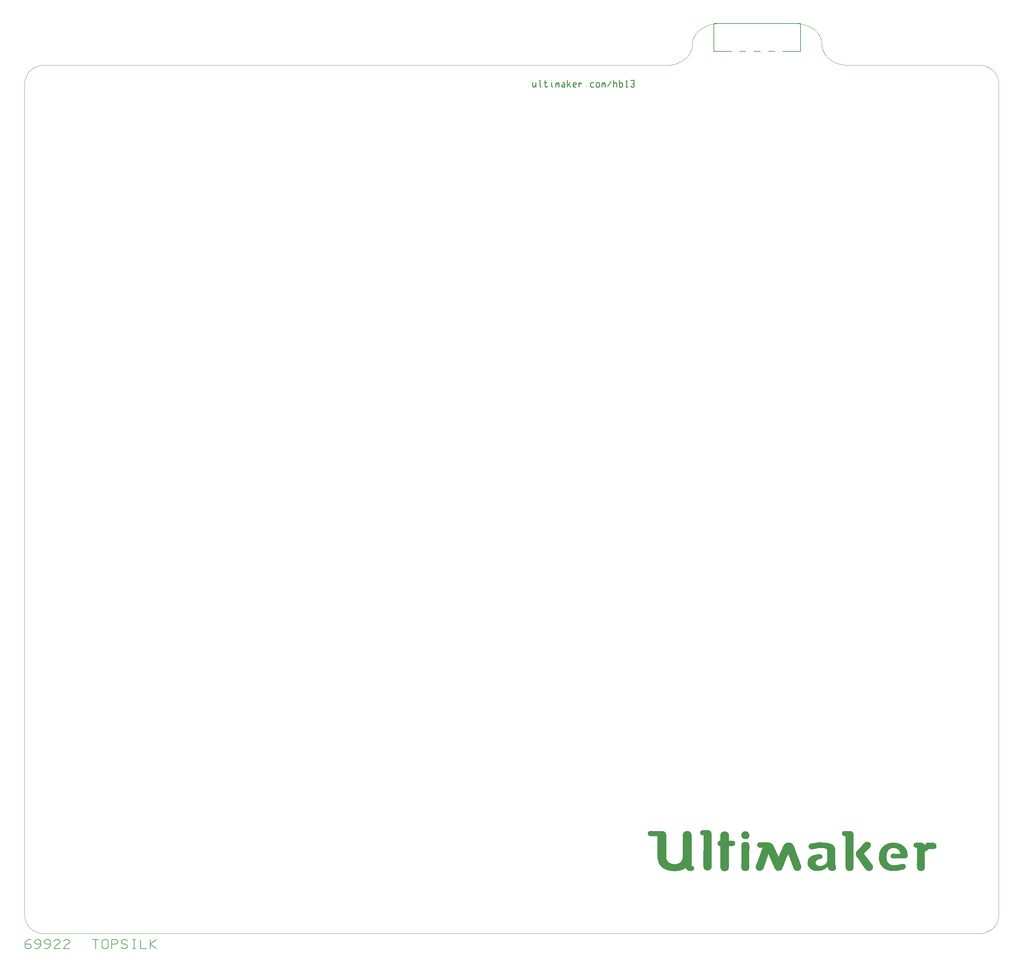
<source format=gbr>
*
%FSLAX26Y26*%
%MOIN*%
%ADD10C,0.009000*%
%ADD11C,0.007000*%
%ADD12C,0.001000*%
%ADD13C,0.008000*%
%IPPOS*%
%LNtopsilk.gbr*%
%LPD*%
G75*
G54D10*
X5276734Y8835946D02*
Y8800682D01*
X5285177Y8788927D01*
X5293621D01*
X5310508Y8812437D01*
Y8788927D02*
Y8835946D01*
X5345177Y8859456D02*
X5353621D01*
Y8800682D01*
X5362065Y8788927D01*
X5405177Y8859456D02*
Y8800682D01*
X5413621Y8788927D01*
X5422065D01*
X5430508Y8800682D01*
X5396734Y8835946D02*
X5422065D01*
X5473621D02*
Y8800682D01*
X5482065Y8788927D01*
X5473621Y8859456D03*
X5516734Y8788927D02*
Y8824191D01*
X5525177Y8835946D01*
X5533621Y8824191D01*
Y8812437D01*
Y8824191D02*
X5542065Y8835946D01*
X5550508Y8824191D01*
Y8788927D01*
X5585177Y8835946D02*
X5602065D01*
X5610508Y8824191D01*
Y8788927D01*
X5585177D01*
X5576734Y8800682D01*
X5585177Y8812437D01*
X5610508D01*
X5636734Y8859456D02*
Y8788927D01*
Y8812437D02*
X5653621D01*
X5670508Y8788927D01*
X5645177Y8812437D02*
X5662065Y8835946D01*
X5722065Y8788927D02*
X5705177D01*
X5696734Y8800682D01*
Y8824191D01*
X5705177Y8835946D01*
X5722065D01*
X5730508Y8824191D01*
X5722065Y8812437D01*
X5696734D01*
X5756734Y8835946D02*
Y8788927D01*
Y8812437D02*
X5773621Y8835946D01*
X5782065Y8824191D01*
X5837843Y8794804D03*
X5910508Y8835946D02*
X5885177D01*
X5876734Y8824191D01*
Y8800682D01*
X5885177Y8788927D01*
X5910508D01*
X5936734Y8800682D02*
Y8824191D01*
X5945177Y8835946D01*
X5962065D01*
X5970508Y8824191D01*
Y8800682D01*
X5962065Y8788927D01*
X5945177D01*
X5936734Y8800682D01*
X5996734Y8788927D02*
Y8824191D01*
X6005177Y8835946D01*
X6013621Y8824191D01*
Y8812437D01*
Y8824191D02*
X6022065Y8835946D01*
X6030508Y8824191D01*
Y8788927D01*
X6056734Y8800682D02*
X6090508Y8847701D01*
X6116734Y8859456D02*
Y8788927D01*
Y8824191D02*
X6133621Y8835946D01*
X6142065D01*
X6150508Y8824191D01*
Y8788927D01*
X6176734Y8859456D02*
Y8788927D01*
X6202065D01*
X6210508Y8800682D01*
Y8824191D01*
X6202065Y8835946D01*
X6193621D01*
X6176734Y8824191D01*
X6245177Y8847701D02*
X6253621Y8859456D01*
Y8788927D01*
X6245177D02*
X6262065D01*
X6296734Y8859456D02*
X6330508D01*
Y8835946D01*
X6322065Y8824191D01*
X6313621D01*
X6322065D02*
X6330508Y8812437D01*
Y8800682D01*
X6322065Y8788927D01*
X6305177D01*
X6296734Y8800682D01*
G36*
X6489385Y1062057D02*
G02X6493679Y1063420I11986J-30323D01*
G01X6499122Y1064394D01*
X6505729Y1064838D01*
X6527159Y1064291D01*
X6615722Y1064189D01*
X6624878Y1063570D01*
X6632056Y1062438D01*
X6638112Y1060816D01*
X6639790Y1060225D01*
G02X6645439Y1057640I-14933J-40101D01*
G02X6659857Y1043300I-18029J-32547D01*
G02X6662763Y1037099I-38243J-21700D01*
G01X6664582Y1031323D01*
X6665959Y1024409D01*
X6666780Y1016351D01*
X6667012Y1006305D01*
X6666080Y977346D01*
X6665983Y837567D01*
X6665328Y809213D01*
X6665678Y796376D01*
X6666600Y786428D01*
X6668106Y777561D01*
X6670164Y769669D01*
X6672043Y764425D01*
G03X6678752Y751928I59574J23932D01*
G03X6694361Y736195I51967J35948D01*
G03X6702495Y731220I40783J57537D01*
G01X6708907Y728224D01*
X6716579Y725475D01*
X6724690Y723379D01*
X6734308Y721765D01*
X6744677Y720833D01*
X6754363Y720684D01*
X6764085Y721258D01*
X6772838Y722447D01*
X6781406Y724307D01*
X6789685Y726873D01*
X6796806Y729815D01*
X6803535Y733383D01*
G03X6810463Y738112I-34768J58370D01*
G03X6815523Y742498I-38660J49715D01*
G03X6829750Y764018I-41146J42666D01*
G01X6832317Y771701D01*
X6834165Y779572D01*
X6835510Y788492D01*
X6836340Y799357D01*
X6836541Y813964D01*
X6836112Y840102D01*
X6836028Y979748D01*
X6834891Y1006571D01*
X6835067Y1016894D01*
X6835864Y1025100D01*
X6837238Y1032080D01*
X6839072Y1037861D01*
G02X6851480Y1054376I35402J-13680D01*
G02X6860007Y1059530I27639J-36099D01*
G02X6868054Y1062461I21232J-45778D01*
G02X6892314Y1063541I14538J-53551D01*
G02X6901357Y1061065I-8902J-50262D01*
G02X6908996Y1057352I-16243J-43134D01*
G02X6926755Y1033384I-20196J-33527D01*
G01X6927967Y1027287D01*
X6928661Y1019277D01*
X6928758Y703796D01*
G02X6956733Y677286I-90J-28111D01*
G02X6951062Y660756I-24491J-834D01*
G02X6944830Y655021I-21795J17427D01*
G02X6937869Y651737I-14707J22152D01*
G01X6932869Y650572D01*
X6926713Y649936D01*
X6913840Y649796D01*
X6904281Y650303D01*
X6896902Y651382D01*
X6891584Y652775D01*
X6887402Y654436D01*
G02X6883627Y656591I12021J25435D01*
G02X6874802Y668123I12939J19045D01*
G02X6873683Y672232I27902J9803D01*
G02X6873071Y676900I35687J7051D01*
G01X6872963Y679944D01*
X6851344Y668258D01*
X6841133Y663406D01*
X6832260Y659906D01*
X6820909Y656424D01*
X6807399Y653108D01*
X6793400Y650478D01*
X6779017Y648563D01*
X6764360Y647390D01*
X6749536Y646990D01*
X6735526Y647343D01*
X6721552Y648430D01*
X6707704Y650273D01*
X6694915Y652709D01*
X6682388Y655851D01*
X6671000Y659438D01*
X6659963Y663673D01*
X6649341Y668571D01*
X6639900Y673727D01*
X6630915Y679483D01*
X6623068Y685338D01*
G02X6602479Y706134I78800J98604D01*
G02X6590028Y725787I94218J73461D01*
G02X6584177Y739364I109746J55348D01*
G01X6581035Y749012D01*
X6578357Y759625D01*
X6576228Y771214D01*
X6574695Y783782D01*
X6573711Y798239D01*
X6573287Y817322D01*
X6573435Y850166D01*
Y1010261D01*
X6521808Y1010166D01*
X6507398Y1009660D01*
X6500601Y1009939D01*
X6495022Y1010771D01*
G02X6491517Y1011733I6872J31917D01*
G02X6475256Y1027648I8885J25342D01*
G01X6473928Y1032116D01*
X6473329Y1036719D01*
G02X6489385Y1062057I25307J1720D01*
G37*
G36*
X7034968Y1071421D02*
G02X7039375Y1072536I10365J-31711D01*
G01X7044880Y1073220D01*
X7081123Y1074171D01*
X7091700Y1073837D01*
X7100129Y1072887D01*
X7106417Y1071580D01*
X7112375Y1069665D01*
X7114003Y1068992D01*
G02X7118666Y1066604I-16350J-37676D01*
G02X7124003Y1062687I-17290J-29149D01*
G02X7131776Y1051695I-20479J-22728D01*
G02X7133414Y1047007I-36479J-15374D01*
G01X7134657Y1041260D01*
X7135455Y1033570D01*
X7135687Y1023094D01*
X7135781Y701119D01*
X7135643Y692031D01*
X7134997Y685743D01*
X7133854Y680462D01*
G02X7131253Y673789I-35178J9871D01*
G02X7121364Y662399I-28782J15000D01*
G02X7114023Y658157I-23834J32771D01*
G02X7107346Y655761I-19219J43059D01*
G02X7097070Y654017I-13758J49929D01*
G02X7081862Y655146I-3695J53233D01*
G02X7075791Y656936I10375J46359D01*
G02X7068786Y660279I14730J39888D01*
G02X7061079Y666467I18210J30573D01*
G02X7054637Y676807I23192J21624D01*
G02X7053035Y682008I36195J14000D01*
G01X7051970Y688284D01*
X7051488Y696529D01*
X7051545Y1018495D01*
X7042192Y1018663D01*
X7038551Y1019098D01*
G02X7034988Y1019945I4602J27270D01*
G02X7028384Y1023229I6784J21925D01*
G02X7016607Y1045392I16211J22824D01*
G02X7034968Y1071421I26455J829D01*
G37*
G36*
X7217516Y961471D02*
G02X7223322Y962535I9103J-33293D01*
G01X7227293Y962730D01*
X7226784Y977191D01*
X7225811Y997696D01*
X7225872Y1009038D01*
X7226589Y1018257D01*
X7227752Y1025338D01*
X7229559Y1032050D01*
X7231754Y1037541D01*
X7233295Y1040490D01*
G02X7242582Y1050678I27980J-16178D01*
G02X7250061Y1054925I23582J-32816D01*
G02X7256880Y1057299I18996J-43585D01*
G02X7264930Y1058787I13800J-52166D01*
G02X7282251Y1058027I6178J-56983D01*
G02X7288579Y1056373I-10401J-52728D01*
G02X7295252Y1053624I-15109J-46149D01*
G02X7301250Y1049946I-18470J-36855D01*
G02X7307378Y1044199I-20800J-28318D01*
G02X7310453Y1039794I-24244J-20198D01*
G02X7312979Y1034633I-35319J-20488D01*
G01X7314880Y1029045D01*
X7316385Y1022232D01*
X7317362Y1014152D01*
X7317753Y1003905D01*
X7317363Y989763D01*
X7316196Y966788D01*
X7316159Y963645D01*
X7340277Y964111D01*
X7349825Y963658D01*
X7357238Y962612D01*
X7363423Y961020D01*
X7368417Y959041D01*
G02X7380946Y945372I-9840J-21596D01*
G02X7380231Y923196I-27262J-10221D01*
G02X7370951Y912802I-20995J9406D01*
G02X7365342Y910144I-18341J31465D01*
G01X7360151Y908533D01*
X7353755Y907304D01*
X7346146Y906584D01*
X7335491Y906413D01*
X7316159Y906870D01*
X7316297Y694283D01*
X7315704Y685028D01*
X7314550Y677684D01*
X7312846Y671463D01*
X7310715Y666347D01*
G02X7305389Y658506I-30554J15023D01*
G02X7296759Y651707I-24830J22642D01*
G02X7292524Y649658I-19804J35526D01*
G02X7283681Y646905I-19526J47143D01*
G02X7259514Y647193I-11449J53274D01*
G02X7250972Y650092I11365J47528D01*
G02X7244612Y653577I17958J40326D01*
G02X7236825Y660347I21254J32310D01*
G02X7228516Y678113I26617J23275D01*
G01X7227142Y687919D01*
X7226325Y699768D01*
X7226186Y714586D01*
X7227288Y754142D01*
X7227293Y905956D01*
G02X7221085Y906442I-78J38875D01*
G02X7213682Y908556I4964J31402D01*
G02X7196980Y934046I11086J25482D01*
G02X7217516Y961471I27745J626D01*
G37*
G36*
X7444101Y698667D02*
G01X7444608Y713698D01*
X7445539Y733321D01*
X7445467Y887587D01*
X7444986Y905300D01*
X7445318Y913956D01*
X7446161Y920709D01*
X7447468Y926361D01*
X7448221Y928682D01*
G02X7449768Y932390I35108J-12469D01*
G02X7454108Y939065I27167J-12918D01*
G02X7463531Y946264I21963J-18980D01*
G01X7479594Y950443D01*
G02X7493680Y950628I7780J-55926D01*
G02X7501362Y949150I-5810J-50884D01*
G02X7506999Y947185I-11765J-42813D01*
G02X7512202Y944489I-15240J-35786D01*
G02X7519750Y938124I-17288J-28158D01*
G02X7526392Y925199I-23053J-20015D01*
G01X7527906Y917381D01*
X7528843Y908355D01*
X7529175Y897212D01*
X7528692Y880267D01*
X7527830Y858285D01*
X7527908Y710889D01*
X7528150Y694253D01*
X7527668Y684606D01*
X7526707Y677606D01*
X7525271Y671700D01*
X7522851Y665562D01*
G02X7518963Y659564I-27738J13718D01*
G02X7508082Y651658I-21188J17720D01*
G02X7503158Y650033I-13782J33494D01*
G01X7497665Y649012D01*
X7489947Y648320D01*
X7482944Y648310D01*
X7476013Y648998D01*
X7470157Y650270D01*
X7465399Y651924D01*
G02X7459576Y655032I12933J31234D01*
G02X7448529Y668851I16031J24140D01*
G01X7446672Y674472D01*
X7445243Y681303D01*
X7444370Y689382D01*
X7444101Y698667D01*
G37*
G36*
X7444552Y1021541D02*
G02X7445967Y1032735I43086J240D01*
G02X7452047Y1045567I37102J-9724D01*
G02X7466766Y1057406I29821J-22005D01*
G02X7473515Y1059853I18424J-40296D01*
G01X7479598Y1061144D01*
X7485721Y1061715D01*
X7487923Y1061734D01*
G02X7496868Y1060683I-512J-42945D01*
G02X7521481Y1043190I-8993J-38717D01*
G02X7527282Y1030002I-38969J-25012D01*
G02X7528586Y1012777I-45088J-12074D01*
G02X7526063Y1002461I-40995J4561D01*
G02X7507757Y982637I-34271J13282D01*
G02X7500529Y979911I-18601J38374D01*
G01X7496114Y978890D01*
G02X7489873Y978110I-9809J53155D01*
G02X7483206Y978126I-3218J48744D01*
G02X7474426Y979687I3070J42734D01*
G02X7450161Y999579I11505J38780D01*
G01X7447637Y1005065D01*
X7445849Y1010825D01*
X7444819Y1016752D01*
X7444552Y1021541D01*
G37*
G36*
X7593471Y687271D02*
X7593799Y693312D01*
X7594974Y700317D01*
X7597108Y708249D01*
X7600532Y717898D01*
X7611812Y744955D01*
X7644327Y828016D01*
X7654126Y854829D01*
X7661316Y876541D01*
X7665711Y891316D01*
X7640725Y890366D01*
X7633991Y890728D01*
X7628578Y891624D01*
G02X7608027Y926580I5759J26905D01*
G02X7620828Y941706I24617J-7853D01*
G02X7625414Y943650I15431J-30027D01*
G01X7631270Y945223D01*
X7638465Y946257D01*
X7646949Y946663D01*
X7659348Y946343D01*
X7678421Y945358D01*
X7711479Y945836D01*
X7723041Y945406D01*
X7732485Y944399D01*
X7740683Y942815D01*
X7747623Y940747D01*
X7751753Y939091D01*
G02X7771096Y924020I-20746J-46576D01*
G01X7775183Y918243D01*
X7779125Y911291D01*
X7784071Y900650D01*
X7792863Y880616D01*
X7814268Y835317D01*
X7821569Y818297D01*
X7826677Y804609D01*
X7830169Y793462D01*
X7832023D01*
X7834707Y802876D01*
X7838724Y814038D01*
X7844575Y827743D01*
X7856744Y853113D01*
X7865232Y871220D01*
X7877691Y902026D01*
X7882144Y911271D01*
X7886328Y918404D01*
X7890572Y924273D01*
G02X7907804Y938254I40196J-31931D01*
G02X7918893Y942476I25815J-51140D01*
G02X7931525Y944498I16174J-60576D01*
G02X7957587Y940608I3764J-64033D01*
G02X7966790Y936229I-20445J-54833D01*
G02X7975675Y929703I-27322J-46507D01*
G02X7981113Y923905I-34127J-37459D01*
G01X7984754Y918866D01*
X7988376Y912650D01*
X7992244Y904366D01*
X7996475Y893100D01*
X8004435Y869154D01*
X8049103Y748321D01*
X8060968Y720751D01*
X8064541Y710936D01*
X8066750Y703011D01*
X8067963Y696141D01*
G02X8035056Y649042I-42464J-5377D01*
G02X8007731Y652876I-8563J38256D01*
G02X8001245Y657130I21651J40079D01*
G02X7993694Y665204I22085J28223D01*
G01X7990894Y669809D01*
X7987852Y676347D01*
X7934084Y822661D01*
X7926119Y807362D01*
X7917530Y789058D01*
X7907711Y766072D01*
X7882679Y703683D01*
X7873984Y681431D01*
X7870435Y673871D01*
X7866741Y667592D01*
X7863553Y663323D01*
G02X7859944Y659554I-29584J24715D01*
G02X7852041Y654308I-20791J22745D01*
G02X7823776Y650184I-21003J45025D01*
G02X7813072Y653244I6536J43111D01*
G02X7796656Y666988I14583J34094D01*
G01X7792428Y673973D01*
X7787899Y683086D01*
X7782478Y696081D01*
X7774333Y716669D01*
X7728106Y822654D01*
X7685521Y707157D01*
X7678706Y685970D01*
X7675302Y677304D01*
X7672068Y670799D01*
X7668747Y665573D01*
G02X7647846Y650613I-32311J23063D01*
G02X7631168Y648824I-13063J43143D01*
G02X7612408Y654572I3454J44762D01*
G02X7593485Y686418I18468J32519D01*
G01X7593471Y687271D01*
G37*
G36*
X8131884Y735100D02*
G02X8137440Y763660I77354J-229D01*
G02X8143261Y775367I75289J-30135D01*
G01X8147502Y781771D01*
G02X8156002Y791396I53405J-38600D01*
G01X8161568Y796095D01*
X8168325Y800737D01*
X8175517Y804769D01*
X8183904Y808623D01*
X8194343Y812516D01*
X8211953Y817809D01*
X8224740Y821009D01*
X8235746Y823085D01*
X8245049Y824169D01*
X8253267Y824437D01*
X8260272Y823970D01*
X8266048Y822918D01*
X8268393Y822263D01*
G02X8272107Y820874I-10392J-33447D01*
G02X8276825Y818258I-11654J-26588D01*
G02X8283350Y811734I-14043J-20567D01*
G01X8287593Y801678D01*
X8287969Y799969D01*
G02X8288439Y795998I-26806J-5188D01*
G02X8287894Y790492I-18615J-936D01*
G02X8282755Y782162I-16297J4303D01*
G02X8279142Y779435I-16758J18446D01*
G01X8274247Y776850D01*
X8268004Y774469D01*
X8257415Y771460D01*
X8243082Y767647D01*
X8236385Y765252D01*
X8231805Y762925D01*
G03X8216883Y742626I17719J-28659D01*
G03X8227654Y711816I28785J-7225D01*
G03X8239932Y704604I31333J39283D01*
G03X8248215Y701921I21283J51590D01*
G01X8254503Y700746D01*
X8261757Y700172D01*
X8269122Y700355D01*
X8276510Y701260D01*
G03X8309501Y714455I-14346J83709D01*
G01X8315364Y718842D01*
G03X8321229Y724284I-43885J53182D01*
G03X8325351Y729033I-45257J43440D01*
G03X8328903Y734110I-44887J35181D01*
G03X8332141Y740180I-44103J27428D01*
G03X8335584Y751206I-43729J19706D01*
G01X8336450Y757566D01*
X8336828Y766800D01*
X8336584Y783374D01*
X8336496Y855266D01*
X8336002Y861128D01*
X8335411Y864329D01*
G03X8334242Y868140I-27759J-6434D01*
G03X8326698Y877925I-20422J-7945D01*
G03X8322524Y880459I-17847J-24685D01*
G03X8316404Y882837I-16190J-32605D01*
G01X8310931Y884095D01*
X8302505Y885152D01*
X8283704Y886793D01*
X8272412Y886986D01*
X8260213Y886394D01*
X8245241Y884804D01*
X8178884Y874503D01*
X8171294Y873923D01*
X8165711Y874112D01*
G02X8148463Y884751I2916J24029D01*
G02X8143857Y894919I26627J18187D01*
G02X8143341Y910071I33041J8711D01*
G02X8145953Y917581I27587J-5383D01*
G02X8153865Y926791I24039J-12650D01*
G01X8158013Y929489D01*
X8163390Y932044D01*
X8170070Y934301D01*
X8178022Y936167D01*
X8189738Y938001D01*
X8226912Y943032D01*
X8244705Y944763D01*
X8262457Y945719D01*
X8279269Y945879D01*
G02X8329988Y941744I-4453J-367747D01*
G01X8344794Y939163D01*
X8356619Y936447D01*
X8367302Y933254D01*
X8375943Y929975D01*
X8384272Y926035D01*
X8391441Y921853D01*
X8399745Y915787D01*
G02X8408548Y906326I-32056J-38653D01*
G02X8413978Y896539I-40880J-29083D01*
G01X8416237Y890131D01*
X8417817Y883488D01*
X8419023Y874926D01*
X8419654Y864398D01*
X8419781Y852857D01*
X8419874Y723274D01*
X8420629Y717383D01*
X8422620Y708681D01*
X8426837Y692693D01*
X8428090Y685676D01*
X8428467Y679683D01*
G02X8428061Y674703I-31898J94D01*
G02X8426211Y668369I-25802J4096D01*
G02X8415241Y655242I-27710J12010D01*
G02X8408988Y651821I-21008J30976D01*
G02X8402057Y649483I-17850J41461D01*
G01X8398001Y648638D01*
G02X8390475Y647913I-9046J54456D01*
G02X8372191Y650253I-1708J59243D01*
G01X8368319Y651560D01*
G02X8363220Y653852I16926J44479D01*
G02X8358601Y656667I19160J36642D01*
G02X8348542Y667825I19526J27716D01*
G02X8345546Y674336I36626J20799D01*
G01X8343776Y680390D01*
X8342715Y686615D01*
X8342254Y694572D01*
X8320558Y676208D01*
X8311966Y670476D01*
X8303002Y665438D01*
X8293699Y661066D01*
X8284086Y657331D01*
X8273277Y653946D01*
X8262445Y651353D01*
X8251294Y649489D01*
X8239949Y648380D01*
X8229521Y648057D01*
X8219189Y648425D01*
X8209144Y649503D01*
G02X8188330Y655066I13738J93124D01*
G02X8160369Y672499I33598J85029D01*
G02X8146407Y688626I60560J66532D01*
G02X8138790Y702444I71894J48644D01*
G02X8134406Y715136I76302J33453D01*
G02X8132159Y728364I78244J20096D01*
G01X8131884Y735100D01*
G37*
G36*
X8498453Y1057026D02*
G02X8507297Y1061765I15402J-18122D01*
G02X8510818Y1062592I9110J-30874D01*
G01X8516270Y1063212D01*
X8536839Y1063734D01*
X8556058Y1064426D01*
X8566777Y1064190D01*
X8575276Y1063339D01*
X8582440Y1061909D01*
X8588285Y1060023D01*
X8591405Y1058641D01*
G02X8597593Y1054745I-15686J-31777D01*
G02X8606781Y1042590I-18738J-23715D01*
G02X8608416Y1037888I-35114J-14844D01*
G01X8609652Y1032125D01*
X8610435Y1024428D01*
X8610647Y1014859D01*
X8610744Y693813D01*
X8610615Y683836D01*
X8609902Y677573D01*
X8608893Y673192D01*
G02X8606624Y667398I-32811J9508D01*
G02X8599161Y658050I-27003J13905D01*
G02X8592152Y653333I-24872J29397D01*
G02X8585605Y650529I-21130J40283D01*
G02X8575331Y648180I-16677J49291D01*
G02X8560635Y648309I-6870J54270D01*
G02X8555106Y649439I7181J49220D01*
G02X8549837Y651184I11488J43524D01*
G02X8544270Y653936I14753J36842D01*
G02X8538219Y658528I17278J29052D01*
G02X8532977Y665222I20635J21562D01*
G02X8529476Y673544I31619J18198D01*
G01X8528320Y678727D01*
X8527568Y685794D01*
X8527414Y696558D01*
X8527450Y1009346D01*
X8515358Y1009313D01*
X8510748Y1009795D01*
G02X8507167Y1010628I4553J27678D01*
G02X8491117Y1025430I8381J25191D01*
G01X8489654Y1029856D01*
X8488956Y1034442D01*
G02X8498453Y1057026I26972J1947D01*
G37*
G36*
X8636477Y842300D02*
G02X8639076Y848385I50398J-17936D01*
G01X8641410Y852433D01*
X8644799Y856887D01*
X8691715Y907178D01*
X8709699Y928341D01*
X8716862Y935854D01*
X8723075Y941428D01*
X8728884Y945711D01*
X8734198Y948782D01*
G02X8738935Y950808I18924J-37677D01*
G02X8751239Y953000I12818J-36334D01*
G02X8786001Y934911I591J-41311D01*
G02X8790821Y923920I-28053J-18855D01*
G02X8786594Y899314I-31124J-7319D01*
G01X8783381Y894876D01*
X8777185Y888042D01*
X8724401Y834060D01*
X8721753Y831621D01*
G03X8719992Y829509I9532J-9737D01*
G03X8719066Y826384I4170J-2935D01*
G01X8725093Y817241D01*
X8789902Y733005D01*
X8800829Y719263D01*
X8805510Y712392D01*
X8808576Y706827D01*
X8810648Y701877D01*
G02X8803714Y661812I-39380J-13817D01*
G02X8784450Y649535I-28379J23278D01*
G01X8779671Y648501D01*
G02X8774221Y647936I-7288J43744D01*
G02X8755892Y651660I-1610J39048D01*
G02X8751017Y654332I19299J40984D01*
G01X8745788Y658074D01*
X8740288Y663010D01*
X8734583Y669178D01*
X8727672Y677877D01*
X8651583Y782028D01*
X8645425Y791446D01*
X8640883Y799633D01*
X8637824Y806489D01*
X8635732Y812710D01*
X8634338Y819054D01*
X8633775Y824710D01*
G02X8636477Y842300I46260J1897D01*
G37*
G36*
X8877931Y836687D02*
G01X8881109Y847295D01*
X8884985Y857596D01*
X8889556Y867524D01*
X8894389Y876301D01*
X8899806Y884652D01*
X8905806Y892527D01*
X8911813Y899279D01*
X8918318Y905560D01*
X8926072Y911962D01*
X8934312Y917768D01*
X8942994Y922980D01*
X8952069Y927596D01*
X8962287Y931924D01*
X8972849Y935552D01*
X8983696Y938481D01*
G02X9017325Y943060I41000J-175303D01*
G01X9028698Y943184D01*
X9040051Y942606D01*
X9051323Y941325D01*
X9062454Y939340D01*
X9073384Y936653D01*
X9084050Y933261D01*
X9094394Y929166D01*
X9103603Y924759D01*
X9112437Y919752D01*
X9120848Y914143D01*
X9128788Y907934D01*
X9135673Y901655D01*
G02X9148524Y886903I-88890J-90406D01*
G01X9153834Y879191D01*
X9158519Y871143D01*
X9162503Y862839D01*
G02X9168317Y845311I-100166J-42955D01*
G01X9170104Y836403D01*
X9171321Y826476D01*
X9171878Y815460D01*
X9171738Y806436D01*
X9171082Y800982D01*
X9170714Y799185D01*
G02X9169695Y795684I-30430J6954D01*
G02X9167802Y791607I-22426J7937D01*
G02X9158660Y783728I-16142J9486D01*
G02X9155353Y782591I-10414J24909D01*
G01X9150052Y781546D01*
X9142663Y780968D01*
X9130182Y780431D01*
X9116325Y779238D01*
X9100266Y778721D01*
X9077398Y778960D01*
X9043353Y779687D01*
X9022955Y779302D01*
X9016417Y779799D01*
X9013697Y780256D01*
G02X9010181Y781158I6794J33789D01*
G02X9005230Y783260I8090J25942D01*
G02X8996027Y816022I11163J20809D01*
G02X9007141Y825272I19453J-12071D01*
G02X9011322Y826643I11700J-28613D01*
G01X9016740Y827657D01*
X9023440Y828155D01*
X9033296Y828029D01*
X9049994Y827316D01*
X9095323D01*
G03X9094192Y836603I-60688J-2679D01*
G03X9082088Y861936I-56567J-11471D01*
G03X9073553Y870451I-48775J-40347D01*
G03X9065404Y876233I-43594J-52810D01*
G03X9055120Y881421I-38523J-63572D01*
G03X9044084Y885034I-30005J-72996D01*
G03X9018752Y887134I-19142J-77070D01*
G01X9011543Y886200D01*
G03X9003783Y884352I12502J-69708D01*
G03X8995629Y881331I19290J-64585D01*
G03X8978007Y869544I25192J-56726D01*
G03X8969512Y859450I42477J-44373D01*
G01X8965671Y853118D01*
X8962443Y846477D01*
X8959477Y838713D01*
X8956915Y829827D01*
X8954866Y819878D01*
X8953307Y808243D01*
X8952589Y797255D01*
X8952645Y786950D01*
X8953385Y777507D01*
X8954858Y768190D01*
X8956891Y759934D01*
X8959335Y752754D01*
X8962399Y745882D01*
X8965676Y740084D01*
G03X8971629Y732044I54959J34472D01*
G03X8990850Y717162I46981J40825D01*
G01X8997756Y714134D01*
X9004925Y711753D01*
X9013206Y709790D01*
X9021592Y708535D01*
X9027938Y708256D01*
X9035410Y708665D01*
X9045843Y710118D01*
X9066053Y714040D01*
X9088788Y717692D01*
X9106076Y720768D01*
X9115731Y721877D01*
X9123638Y722127D01*
X9129669Y721705D01*
X9134606Y720773D01*
G02X9138507Y719486I-7249J-28537D01*
G01X9139727Y718948D01*
G02X9145606Y714887I-8865J-19119D01*
G02X9150339Y707352I-14022J-14064D01*
G01X9150817Y705900D01*
G02X9151686Y701891I-27175J-7990D01*
G01X9152082Y696336D01*
X9151890Y691756D01*
G02X9151250Y687571I-36712J3467D01*
G02X9149364Y681646I-30248J6367D01*
G02X9140675Y670498I-26404J11620D01*
G02X9136531Y667654I-22868J28876D01*
G01X9131252Y664964D01*
X9124751Y662552D01*
X9116220Y660319D01*
X9104862Y658294D01*
X9078458Y654656D01*
X9049055Y649962D01*
X9035760Y648497D01*
X9025479Y648019D01*
X9013525Y648241D01*
X9001603Y649245D01*
X8989785Y651037D01*
X8979029Y653394D01*
X8968479Y656432D01*
X8958190Y660155D01*
X8948220Y664567D01*
X8939406Y669220D01*
X8930949Y674461D01*
X8922894Y680291D01*
X8915281Y686715D01*
G02X8902006Y700819I85554J93824D01*
G01X8896653Y708062D01*
X8891428Y716420D01*
X8886840Y725201D01*
X8882885Y734356D01*
X8879561Y743832D01*
X8876668Y754402D01*
X8874508Y765221D01*
X8873076Y776225D01*
X8872368Y787347D01*
G02X8877931Y836687I173053J5472D01*
G37*
G36*
X9232443Y916578D02*
G02X9252171Y941512I25014J480D01*
G01X9257520Y942430D01*
X9264887Y942802D01*
X9282751Y942644D01*
X9301562Y942836D01*
X9310784Y942371D01*
X9318034Y941401D01*
X9324154Y939938D01*
X9330566Y937454D01*
G02X9337559Y932956I-14657J-30477D01*
G02X9345231Y923674I-21367J-25474D01*
G02X9347939Y917890I-36052J-20404D01*
G01X9348580Y916105D01*
X9352489Y923544D01*
X9356010Y928865D01*
G02X9373300Y941088I27352J-20352D01*
G01X9378598Y942434D01*
X9384942Y943286D01*
X9394177Y943614D01*
X9410875Y943594D01*
X9427162Y943874D01*
X9435737Y943396D01*
X9442240Y942398D01*
G02X9468508Y922240I-7174J-36544D01*
G02X9471761Y896900I-34568J-17316D01*
G02X9469643Y890951I-23969J5184D01*
G02X9460262Y881548I-19499J10071D01*
G02X9456285Y879739I-15228J28220D01*
G01X9451175Y878202D01*
X9444850Y877085D01*
X9436439Y876445D01*
X9424277Y876474D01*
X9404605Y877057D01*
X9396431Y876624D01*
G03X9391328Y874970I1555J-13492D01*
G01X9387318Y872221D01*
X9381586Y867865D01*
X9362825Y855954D01*
X9357385Y851879D01*
X9353455Y848214D01*
X9351842Y846321D01*
G03X9350654Y844620I16055J-12472D01*
G03X9349448Y841108I7609J-4577D01*
G01X9349297Y837311D01*
X9349545Y831867D01*
X9349642Y702196D01*
X9349978Y687596D01*
X9349540Y680294D01*
X9348459Y674097D01*
X9347154Y669854D01*
G02X9335458Y654875I-30452J11721D01*
G02X9327588Y650646I-21413J30413D01*
G02X9321110Y648691I-15325J39060D01*
G02X9312815Y647672I-9781J45378D01*
G02X9293376Y650983I-1654J49015D01*
G02X9286029Y654680I15897J40740D01*
G02X9279681Y659672I20241J32276D01*
G02X9270394Y677194I22139J22957D01*
G01X9269070Y686078D01*
X9268249Y697002D01*
X9268081Y710905D01*
X9269177Y748656D01*
X9269183Y890401D01*
X9257944Y890460D01*
X9252448Y891154D01*
G02X9248024Y892473I5178J25440D01*
G02X9232747Y912619I10197J23598D01*
G01X9232443Y916578D01*
G37*
G54D11*
X7159501Y9448292D02*
Y9160891D01*
X7343950D01*
X7425050D02*
X7493950D01*
X7575050D02*
X7643950D01*
X7725050D02*
X7793950D01*
X7875050D02*
X8059505D01*
Y9448292D01*
X7159501D01*
Y9160891D02*
X7343950D01*
X7425050D02*
X7493950D01*
X7575050D02*
X7643950D01*
X7725050D02*
X7793950D01*
X7875050D02*
X8059505D01*
G54D12*
X8014396Y9448800D02*
X8023813Y9448399D01*
X8042398Y9447000D01*
X8051474Y9445903D01*
X8069401Y9443100D01*
X8078195Y9441301D01*
X8095500Y9437100D01*
X8104000Y9434699D01*
X8120382Y9429306D01*
X8128488Y9426305D01*
X8144094Y9419702D01*
X8151681Y9416208D01*
X8166285Y9408508D01*
X8173390Y9404405D01*
X8186983Y9395711D01*
X8193595Y9391103D01*
X8205997Y9381402D01*
X8212013Y9376388D01*
X8223192Y9365807D01*
X8228498Y9360302D01*
X8238393Y9349009D01*
X8243005Y9343094D01*
X8251493Y9331009D01*
X8255400Y9324700D01*
X8258915Y9318375D01*
G02X8268093Y9298720I-96418J-56994D01*
G01X8270807Y9291980D01*
X8273089Y9285234D01*
X8274904Y9278286D01*
G02X8279098Y9257018I-98460J-30463D01*
G01X8279997Y9249924D01*
X8280500Y9242578D01*
Y9227594D01*
X8280999Y9220209D01*
X8281901Y9212793D01*
G03X8286099Y9191002I129555J13660D01*
G01X8287999Y9183903D01*
X8290200Y9176901D01*
X8295599Y9163101D01*
X8298702Y9156396D01*
X8305697Y9143305D01*
X8309501Y9136899D01*
X8317998Y9124503D01*
X8322601Y9118399D01*
X8327612Y9112585D01*
G03X8343362Y9095735I118736J95198D01*
G01X8349099Y9090301D01*
X8355002Y9085098D01*
X8367492Y9075206D01*
X8374002Y9070399D01*
X8387598Y9061501D01*
X8394696Y9057302D01*
X8409395Y9049403D01*
X8416906Y9045698D01*
X8432598Y9039001D01*
X8440605Y9035898D01*
X8457097Y9030301D01*
X8465500Y9027900D01*
X8474217Y9025696D01*
G03X8500592Y9020301I61574J233873D01*
G01X8509500Y9018900D01*
X8518703Y9017800D01*
X8537200Y9016300D01*
X8546598Y9015900D01*
X9921186Y9015800D01*
X9959700Y9012000D01*
X9996599Y9000800D01*
X10030601Y8982599D01*
X10060399Y8958201D01*
X10084899Y8928302D01*
X10103100Y8894299D01*
X10114300Y8857402D01*
X10118100Y8818983D01*
X10118098Y196809D01*
X10114299Y158398D01*
X10103100Y121501D01*
X10084899Y87499D01*
X10060401Y57601D01*
X10030600Y33100D01*
X9996601Y15000D01*
X9959700Y3700D01*
X9921200Y0D01*
X196916D01*
X158400Y3700D01*
X121499Y15000D01*
X87499Y33100D01*
X57599Y57601D01*
X33201Y87499D01*
X14999Y121501D01*
X3800Y158398D01*
X0Y196817D01*
X2Y8818991D01*
X3801Y8857402D01*
X15000Y8894299D01*
X33201Y8928301D01*
X57601Y8958200D01*
X87498Y8982599D01*
X121501Y9000800D01*
X158399Y9012000D01*
X196897Y9015800D01*
X6675700D01*
X6684897Y9016200D01*
X6703008Y9017701D01*
X6711993Y9018799D01*
X6729500Y9021700D01*
X6738200Y9023500D01*
X6755102Y9027801D01*
X6763398Y9030300D01*
X6779501Y9035900D01*
X6787398Y9038899D01*
X6795018Y9042307D01*
G03X6814757Y9051936I-69918J168372D01*
G01X6824504Y9057302D01*
X6831399Y9061499D01*
X6844696Y9070497D01*
X6851096Y9075197D01*
X6863401Y9085201D01*
X6869198Y9090398D01*
X6880202Y9101303D01*
X6885400Y9106900D01*
X6895100Y9118600D01*
X6899602Y9124702D01*
X6907900Y9137201D01*
X6911701Y9143602D01*
X6918501Y9156801D01*
X6921599Y9163498D01*
X6926800Y9177299D01*
X6929100Y9184301D01*
X6932600Y9198599D01*
X6933999Y9205895D01*
X6935900Y9220702D01*
X6936300Y9228200D01*
X6936301Y9243184D01*
X6936801Y9250395D01*
X6938699Y9264795D01*
X6940198Y9271788D01*
X6943900Y9285700D01*
X6946204Y9292508D01*
X6951701Y9305802D01*
X6954902Y9312404D01*
X6961995Y9325092D01*
X6965893Y9331289D01*
X6974593Y9343390D01*
X6979291Y9349190D01*
X6989394Y9360592D01*
X6994805Y9366004D01*
X7006291Y9376591D01*
X7012281Y9381584D01*
X7024988Y9391291D01*
X7031710Y9395806D01*
X7045591Y9404494D01*
X7052796Y9408597D01*
X7067797Y9416299D01*
X7075499Y9419799D01*
X7091498Y9426400D01*
X7099699Y9429400D01*
X7116514Y9434804D01*
X7125085Y9437196D01*
X7142694Y9441298D01*
X7151694Y9443099D01*
X7169999Y9445900D01*
X7179296Y9446999D01*
X7198191Y9448399D01*
X7207803Y9448800D01*
X8014396D01*
G54D13*
X68927Y-64609D02*
X38464D01*
X8000Y-95073D01*
Y-140768D01*
X23232Y-156000D01*
X53695D01*
X68927Y-140768D01*
Y-125536D01*
X53695Y-110305D01*
X8000D01*
X108000Y-156000D02*
X138464D01*
X168927Y-125536D01*
Y-79841D01*
X153695Y-64609D01*
X123232D01*
X108000Y-79841D01*
Y-95073D01*
X123232Y-110305D01*
X168927D01*
X208000Y-156000D02*
X238464D01*
X268927Y-125536D01*
Y-79841D01*
X253695Y-64609D01*
X223232D01*
X208000Y-79841D01*
Y-95073D01*
X223232Y-110305D01*
X268927D01*
X308000Y-79841D02*
X323232Y-64609D01*
X353695D01*
X368927Y-79841D01*
Y-95073D01*
X353695Y-110305D01*
X338464D01*
X308000Y-156000D01*
X368927D01*
X408000Y-79841D02*
X423232Y-64609D01*
X453695D01*
X468927Y-79841D01*
Y-95073D01*
X453695Y-110305D01*
X438464D01*
X408000Y-156000D01*
X468927D01*
X708000Y-64609D02*
X768927D01*
X738464D02*
Y-156000D01*
X808000Y-140768D02*
Y-79841D01*
X823232Y-64609D01*
X853695D01*
X868927Y-79841D01*
Y-140768D01*
X853695Y-156000D01*
X823232D01*
X808000Y-140768D01*
X908000Y-156000D02*
Y-64609D01*
X953695D01*
X968927Y-79841D01*
Y-95073D01*
X953695Y-110305D01*
X908000D01*
X1008000Y-140768D02*
X1023232Y-156000D01*
X1053695D01*
X1068927Y-140768D01*
Y-125536D01*
X1053695Y-110305D01*
X1023232D01*
X1008000Y-95073D01*
Y-79841D01*
X1023232Y-64609D01*
X1053695D01*
X1068927Y-79841D01*
X1123232Y-64609D02*
X1153695D01*
X1123232Y-156000D02*
X1153695D01*
X1138464Y-64609D02*
Y-156000D01*
X1208000Y-64609D02*
Y-156000D01*
X1268927D01*
X1308000Y-64609D02*
Y-156000D01*
X1368927Y-64609D02*
X1308000Y-110305D01*
X1368927Y-156000D01*
M02*

</source>
